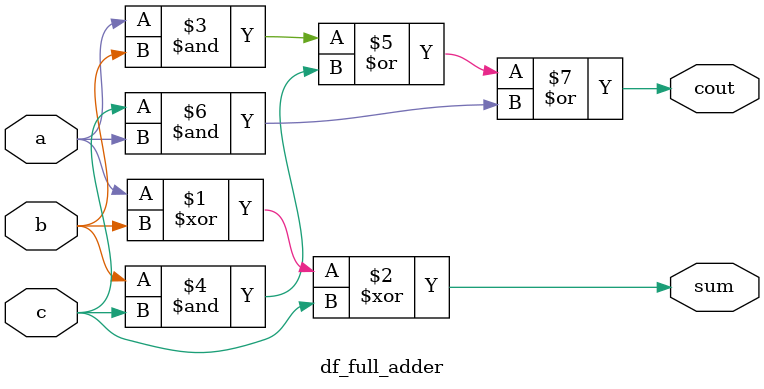
<source format=v>
module df_full_adder(input a,b,c, output sum,cout);
	assign sum = a ^ b ^ c;
	assign cout = (a & b ) | (b & c) | (c & a);
endmodule 

</source>
